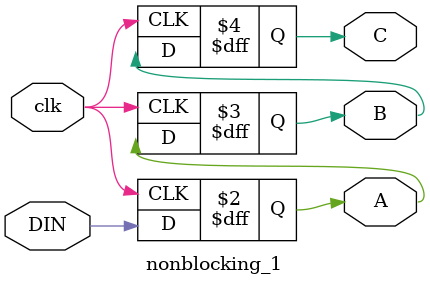
<source format=v>
module nonblocking_1(clk,DIN,A,B,C);
input clk;
input DIN;
output reg A,B,C;
always@(posedge clk)
begin
	A<=DIN;
	B<=A;
	C<=B;
end
endmodule

</source>
